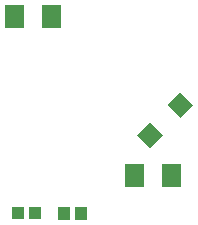
<source format=gtp>
G04 Layer: TopPasteMaskLayer*
G04 EasyEDA v6.4.3, 2020-09-28T11:24:18+02:00*
G04 db6a862be2b4476fa8aa916105e7e4dd,b5629027151c44a780a78c7d9cec2130,10*
G04 Gerber Generator version 0.2*
G04 Scale: 100 percent, Rotated: No, Reflected: No *
G04 Dimensions in inches *
G04 leading zeros omitted , absolute positions ,2 integer and 4 decimal *
%FSLAX24Y24*%
%MOIN*%
G90*
G70D02*

%ADD16R,0.039370X0.043307*%

%LPD*%
G36*
G01X16266Y6511D02*
G01X16684Y6929D01*
G01X17129Y6484D01*
G01X16711Y6066D01*
G01X16266Y6511D01*
G37*
G36*
G01X17270Y7515D02*
G01X17688Y7933D01*
G01X18133Y7488D01*
G01X17715Y7070D01*
G01X17270Y7515D01*
G37*
G36*
G01X11855Y10844D02*
G01X12485Y10844D01*
G01X12485Y10055D01*
G01X11855Y10055D01*
G01X11855Y10844D01*
G37*
G36*
G01X13114Y10844D02*
G01X13744Y10844D01*
G01X13744Y10055D01*
G01X13114Y10055D01*
G01X13114Y10844D01*
G37*
G36*
G01X15855Y5543D02*
G01X16485Y5543D01*
G01X16485Y4756D01*
G01X15855Y4756D01*
G01X15855Y5543D01*
G37*
G36*
G01X17114Y5543D02*
G01X17744Y5543D01*
G01X17744Y4756D01*
G01X17114Y4756D01*
G01X17114Y5543D01*
G37*
G36*
G01X13642Y4116D02*
G01X14036Y4116D01*
G01X14036Y3683D01*
G01X13642Y3683D01*
G01X13642Y4116D01*
G37*
G36*
G01X14193Y4116D02*
G01X14587Y4116D01*
G01X14587Y3683D01*
G01X14193Y3683D01*
G01X14193Y4116D01*
G37*
G54D16*
G01X12860Y3900D03*
G01X12309Y3900D03*
M00*
M02*

</source>
